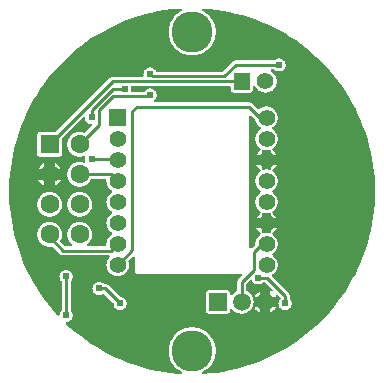
<source format=gbl>
G04 Layer: BottomLayer*
G04 EasyEDA v6.4.20.6, 2021-07-31T12:59:30+08:00*
G04 153d8ea1f4684e84bb4c1cd47195d1c2,dc0dc03e7b3a4ea6afb4baf6e71cf47e,10*
G04 Gerber Generator version 0.2*
G04 Scale: 100 percent, Rotated: No, Reflected: No *
G04 Dimensions in inches *
G04 leading zeros omitted , absolute positions ,3 integer and 6 decimal *
%FSLAX36Y36*%
%MOIN*%

%ADD10C,0.0100*%
%ADD11C,0.0240*%
%ADD18C,0.0591*%
%ADD19C,0.0551*%
%ADD20R,0.0630X0.0630*%
%ADD21C,0.0630*%
%ADD23C,0.0551*%
%ADD24C,0.1370*%

%LPD*%
G36*
X783319Y99720D02*
G01*
X781740Y99920D01*
X780380Y100700D01*
X779419Y101940D01*
X779000Y103460D01*
X779220Y105020D01*
X780020Y106380D01*
X781280Y107340D01*
X782039Y107700D01*
X788660Y111660D01*
X794860Y116260D01*
X800580Y121440D01*
X805759Y127140D01*
X810340Y133340D01*
X814320Y139960D01*
X817620Y146940D01*
X820220Y154200D01*
X822080Y161680D01*
X823220Y169300D01*
X823600Y177000D01*
X823220Y184720D01*
X822080Y192340D01*
X820220Y199820D01*
X817620Y207079D01*
X814320Y214060D01*
X810340Y220680D01*
X805759Y226860D01*
X800580Y232580D01*
X794860Y237760D01*
X788660Y242360D01*
X782039Y246320D01*
X775080Y249620D01*
X767820Y252220D01*
X760340Y254100D01*
X752700Y255219D01*
X745000Y255600D01*
X737300Y255219D01*
X729659Y254100D01*
X722180Y252220D01*
X714920Y249620D01*
X707960Y246320D01*
X701340Y242360D01*
X695140Y237760D01*
X689419Y232580D01*
X684240Y226860D01*
X679659Y220680D01*
X675680Y214060D01*
X672380Y207079D01*
X669780Y199820D01*
X667920Y192340D01*
X666780Y184720D01*
X666400Y177000D01*
X666780Y169300D01*
X667920Y161680D01*
X669780Y154200D01*
X672380Y146940D01*
X675680Y139960D01*
X679659Y133340D01*
X684240Y127140D01*
X689419Y121440D01*
X695140Y116260D01*
X701340Y111660D01*
X707960Y107700D01*
X709740Y106500D01*
X710540Y105160D01*
X710759Y103600D01*
X710380Y102080D01*
X709419Y100840D01*
X708080Y100040D01*
X706520Y99840D01*
X695699Y100520D01*
X673920Y102680D01*
X652220Y105620D01*
X630640Y109340D01*
X609200Y113840D01*
X587940Y119100D01*
X566880Y125100D01*
X546060Y131880D01*
X525480Y139400D01*
X505200Y147640D01*
X485220Y156600D01*
X465580Y166280D01*
X446300Y176660D01*
X427400Y187740D01*
X408900Y199460D01*
X390840Y211860D01*
X373260Y224899D01*
X356140Y238560D01*
X339520Y252820D01*
X325000Y266200D01*
X324099Y267440D01*
X323720Y268920D01*
X323920Y270420D01*
X324680Y271760D01*
X325900Y272700D01*
X327360Y273120D01*
X328840Y273260D01*
X332560Y274240D01*
X336040Y275880D01*
X339200Y278080D01*
X341920Y280800D01*
X344120Y283960D01*
X345760Y287440D01*
X346740Y291160D01*
X347080Y295000D01*
X346740Y298840D01*
X345760Y302560D01*
X344120Y306040D01*
X341920Y309200D01*
X341280Y309840D01*
X340400Y311140D01*
X340100Y312680D01*
X340100Y407320D01*
X340400Y408860D01*
X341280Y410160D01*
X341920Y410800D01*
X344120Y413960D01*
X345760Y417440D01*
X346740Y421160D01*
X347080Y425000D01*
X346740Y428840D01*
X345760Y432560D01*
X344120Y436040D01*
X341920Y439200D01*
X339200Y441920D01*
X336040Y444120D01*
X332560Y445760D01*
X328840Y446740D01*
X325000Y447080D01*
X321160Y446740D01*
X317440Y445760D01*
X313960Y444120D01*
X310800Y441920D01*
X308080Y439200D01*
X305880Y436040D01*
X304240Y432560D01*
X303260Y428840D01*
X302920Y425000D01*
X303260Y421160D01*
X304240Y417440D01*
X305880Y413960D01*
X308080Y410800D01*
X308720Y410160D01*
X309600Y408860D01*
X309900Y407320D01*
X309900Y312680D01*
X309600Y311140D01*
X308720Y309840D01*
X308080Y309200D01*
X305880Y306040D01*
X304240Y302560D01*
X303260Y298840D01*
X303160Y297820D01*
X302740Y296360D01*
X301800Y295160D01*
X300480Y294400D01*
X298980Y294180D01*
X297500Y294540D01*
X296260Y295440D01*
X292880Y299040D01*
X278460Y315540D01*
X264660Y332540D01*
X251480Y350020D01*
X238920Y367960D01*
X227020Y386360D01*
X215799Y405160D01*
X205260Y424340D01*
X195400Y443900D01*
X186260Y463800D01*
X177840Y484020D01*
X170140Y504520D01*
X163180Y525280D01*
X156980Y546300D01*
X151540Y567500D01*
X146860Y588900D01*
X142960Y610440D01*
X139820Y632120D01*
X137480Y653900D01*
X135900Y675740D01*
X135120Y697620D01*
X135120Y719520D01*
X135920Y741400D01*
X137480Y763240D01*
X139840Y785020D01*
X142980Y806700D01*
X146900Y828240D01*
X151580Y849640D01*
X157020Y870840D01*
X163240Y891840D01*
X170180Y912620D01*
X177880Y933120D01*
X186320Y953319D01*
X195460Y973220D01*
X205320Y992780D01*
X215859Y1011960D01*
X227100Y1030759D01*
X239000Y1049140D01*
X251560Y1067100D01*
X264760Y1084580D01*
X278560Y1101580D01*
X292980Y1118060D01*
X307960Y1134020D01*
X323519Y1149440D01*
X339620Y1164280D01*
X356240Y1178540D01*
X373360Y1192200D01*
X390959Y1205220D01*
X409020Y1217620D01*
X427520Y1229340D01*
X446420Y1240400D01*
X465700Y1250780D01*
X485340Y1260460D01*
X505319Y1269420D01*
X525620Y1277660D01*
X546200Y1285160D01*
X567020Y1291940D01*
X588080Y1297940D01*
X609340Y1303200D01*
X630780Y1307680D01*
X652360Y1311399D01*
X674060Y1314340D01*
X695840Y1316500D01*
X706500Y1317160D01*
X708060Y1316960D01*
X709400Y1316160D01*
X710360Y1314920D01*
X710740Y1313400D01*
X710520Y1311840D01*
X709720Y1310500D01*
X707960Y1309319D01*
X701340Y1305340D01*
X695140Y1300760D01*
X689419Y1295580D01*
X684240Y1289860D01*
X679659Y1283660D01*
X675680Y1277040D01*
X672380Y1270080D01*
X669780Y1262820D01*
X667920Y1255340D01*
X666780Y1247700D01*
X666400Y1240000D01*
X666780Y1232300D01*
X667920Y1224660D01*
X669780Y1217180D01*
X672380Y1209920D01*
X675680Y1202960D01*
X679659Y1196340D01*
X684240Y1190140D01*
X689419Y1184420D01*
X695140Y1179240D01*
X701340Y1174660D01*
X707960Y1170680D01*
X714920Y1167380D01*
X722180Y1164780D01*
X729659Y1162920D01*
X737300Y1161780D01*
X745000Y1161400D01*
X752700Y1161780D01*
X760340Y1162920D01*
X767820Y1164780D01*
X775080Y1167380D01*
X782039Y1170680D01*
X788660Y1174660D01*
X794860Y1179240D01*
X800580Y1184420D01*
X805759Y1190140D01*
X810340Y1196340D01*
X814320Y1202960D01*
X817620Y1209920D01*
X820220Y1217180D01*
X822080Y1224660D01*
X823220Y1232300D01*
X823600Y1240000D01*
X823220Y1247700D01*
X822080Y1255340D01*
X820220Y1262820D01*
X817620Y1270080D01*
X814320Y1277040D01*
X810340Y1283660D01*
X805759Y1289860D01*
X800580Y1295580D01*
X794860Y1300760D01*
X788660Y1305340D01*
X781280Y1309700D01*
X780040Y1310640D01*
X779260Y1312000D01*
X779060Y1313560D01*
X779479Y1315080D01*
X780440Y1316320D01*
X781820Y1317080D01*
X783379Y1317260D01*
X805200Y1315500D01*
X826960Y1312940D01*
X848600Y1309620D01*
X870100Y1305500D01*
X891460Y1300640D01*
X912620Y1295000D01*
X933560Y1288600D01*
X954260Y1281459D01*
X974700Y1273580D01*
X994840Y1264960D01*
X1014640Y1255640D01*
X1034120Y1245600D01*
X1053200Y1234880D01*
X1071900Y1223480D01*
X1090180Y1211420D01*
X1108000Y1198700D01*
X1125380Y1185360D01*
X1142240Y1171400D01*
X1158600Y1156840D01*
X1174420Y1141700D01*
X1189700Y1126000D01*
X1204400Y1109780D01*
X1218520Y1093020D01*
X1232000Y1075780D01*
X1244880Y1058060D01*
X1257100Y1039900D01*
X1268680Y1021300D01*
X1279560Y1002300D01*
X1289760Y982920D01*
X1299259Y963180D01*
X1308040Y943120D01*
X1316100Y922760D01*
X1323440Y902120D01*
X1330000Y881240D01*
X1335840Y860120D01*
X1340900Y838820D01*
X1345180Y817340D01*
X1348700Y795740D01*
X1351440Y774000D01*
X1353420Y752200D01*
X1354580Y730320D01*
X1354980Y708420D01*
X1354580Y686540D01*
X1353400Y664659D01*
X1351440Y642860D01*
X1348680Y621120D01*
X1345160Y599520D01*
X1340860Y578040D01*
X1335800Y556740D01*
X1329960Y535620D01*
X1323380Y514739D01*
X1316060Y494099D01*
X1308000Y473740D01*
X1299199Y453680D01*
X1289700Y433960D01*
X1279500Y414580D01*
X1268600Y395580D01*
X1257020Y376980D01*
X1244800Y358820D01*
X1231920Y341100D01*
X1218420Y323860D01*
X1204300Y307120D01*
X1189600Y290880D01*
X1174320Y275200D01*
X1158500Y260060D01*
X1142140Y245520D01*
X1125260Y231560D01*
X1107900Y218220D01*
X1090060Y205500D01*
X1071780Y193440D01*
X1053080Y182040D01*
X1033980Y171320D01*
X1014520Y161300D01*
X994700Y151980D01*
X974560Y143360D01*
X954120Y135500D01*
X933420Y128360D01*
X912480Y121960D01*
X891320Y116340D01*
X869960Y111460D01*
X848460Y107360D01*
X826800Y104040D01*
X805060Y101480D01*
G37*

%LPC*%
G36*
X270000Y623420D02*
G01*
X275420Y623760D01*
X280760Y624820D01*
X285920Y626580D01*
X290800Y628980D01*
X295320Y632000D01*
X299400Y635600D01*
X303000Y639680D01*
X306020Y644200D01*
X308420Y649080D01*
X310180Y654240D01*
X311240Y659580D01*
X311580Y665000D01*
X311240Y670420D01*
X310180Y675759D01*
X308420Y680920D01*
X306020Y685800D01*
X303000Y690320D01*
X299400Y694400D01*
X295320Y698000D01*
X290800Y701020D01*
X285920Y703420D01*
X280760Y705180D01*
X275420Y706240D01*
X270000Y706580D01*
X264580Y706240D01*
X259240Y705180D01*
X254080Y703420D01*
X249200Y701020D01*
X244680Y698000D01*
X240600Y694400D01*
X237000Y690320D01*
X233980Y685800D01*
X231580Y680920D01*
X229820Y675759D01*
X228760Y670420D01*
X228420Y665000D01*
X228760Y659580D01*
X229820Y654240D01*
X231580Y649080D01*
X233980Y644200D01*
X237000Y639680D01*
X240600Y635600D01*
X244680Y632000D01*
X249200Y628980D01*
X254080Y626580D01*
X259240Y624820D01*
X264580Y623760D01*
G37*
G36*
X232719Y783240D02*
G01*
X251759Y783240D01*
X251759Y802280D01*
X249200Y801020D01*
X244680Y798000D01*
X240600Y794400D01*
X237000Y790320D01*
X233980Y785800D01*
G37*
G36*
X801960Y300380D02*
G01*
X860560Y300380D01*
X863020Y300660D01*
X865160Y301400D01*
X867060Y302600D01*
X868660Y304200D01*
X869860Y306100D01*
X870600Y308240D01*
X870879Y310700D01*
X870879Y314220D01*
X871220Y315820D01*
X872180Y317160D01*
X873580Y318000D01*
X875200Y318220D01*
X876780Y317760D01*
X878020Y316700D01*
X880620Y313420D01*
X884419Y309740D01*
X888680Y306600D01*
X893319Y304060D01*
X898259Y302160D01*
X903420Y300940D01*
X908680Y300400D01*
X913960Y300580D01*
X919180Y301460D01*
X924240Y303020D01*
X929040Y305260D01*
X933500Y308100D01*
X937540Y311520D01*
X941100Y315440D01*
X944080Y319800D01*
X945780Y323180D01*
X946700Y324360D01*
X947840Y325080D01*
X947480Y326540D01*
X947700Y328040D01*
X948220Y329540D01*
X949260Y334720D01*
X949620Y340000D01*
X949260Y345280D01*
X948220Y350460D01*
X947700Y351960D01*
X947480Y353459D01*
X947860Y354960D01*
X946700Y355640D01*
X945780Y356820D01*
X944080Y360200D01*
X941100Y364560D01*
X937540Y368480D01*
X933500Y371900D01*
X929040Y374739D01*
X927420Y375500D01*
X926200Y376380D01*
X925380Y377640D01*
X925100Y379120D01*
X925100Y397080D01*
X925400Y398620D01*
X926280Y399920D01*
X938480Y412120D01*
X939740Y412980D01*
X941240Y413300D01*
X942740Y413020D01*
X944040Y412220D01*
X944920Y410980D01*
X945879Y408960D01*
X948080Y405800D01*
X950800Y403080D01*
X953960Y400880D01*
X957440Y399240D01*
X961160Y398260D01*
X965000Y397920D01*
X968840Y398260D01*
X972560Y399240D01*
X976040Y400880D01*
X979200Y403080D01*
X979840Y403720D01*
X981140Y404600D01*
X982680Y404900D01*
X987080Y404900D01*
X988620Y404600D01*
X989920Y403720D01*
X1012600Y381040D01*
X1013480Y379720D01*
X1013760Y378160D01*
X1013439Y376620D01*
X1012520Y375319D01*
X1011180Y374480D01*
X1009620Y374219D01*
X1008080Y374600D01*
X1006000Y375560D01*
X1006000Y357260D01*
X1024300Y357260D01*
X1023240Y359380D01*
X1022820Y360920D01*
X1023040Y362500D01*
X1023860Y363880D01*
X1025160Y364820D01*
X1026720Y365180D01*
X1028300Y364880D01*
X1029640Y364000D01*
X1038439Y355200D01*
X1039300Y353920D01*
X1039599Y352380D01*
X1039300Y350840D01*
X1035879Y346040D01*
X1034240Y342560D01*
X1033259Y338840D01*
X1032920Y335000D01*
X1033259Y331160D01*
X1034240Y327440D01*
X1035879Y323960D01*
X1038080Y320800D01*
X1040800Y318080D01*
X1043960Y315880D01*
X1047440Y314240D01*
X1051160Y313260D01*
X1055000Y312920D01*
X1058840Y313260D01*
X1062560Y314240D01*
X1066040Y315880D01*
X1069200Y318080D01*
X1071920Y320800D01*
X1074120Y323960D01*
X1075760Y327440D01*
X1076740Y331160D01*
X1077080Y335000D01*
X1076740Y338840D01*
X1075760Y342560D01*
X1074120Y346040D01*
X1071920Y349200D01*
X1071280Y349840D01*
X1070400Y351140D01*
X1070100Y352680D01*
X1070100Y359799D01*
X1069800Y362939D01*
X1068940Y365780D01*
X1067540Y368380D01*
X1065540Y370820D01*
X1011640Y424720D01*
X1010819Y425900D01*
X1010480Y427299D01*
X1010639Y428720D01*
X1011320Y430000D01*
X1012400Y430959D01*
X1014740Y432380D01*
X1018720Y435640D01*
X1022240Y439380D01*
X1025200Y443579D01*
X1027560Y448140D01*
X1029280Y453000D01*
X1030340Y458020D01*
X1030680Y463140D01*
X1030340Y468280D01*
X1029280Y473300D01*
X1027560Y478140D01*
X1025200Y482720D01*
X1022240Y486900D01*
X1018720Y490660D01*
X1014740Y493900D01*
X1013319Y494780D01*
X1012140Y495880D01*
X1011480Y497380D01*
X1011480Y499000D01*
X1012140Y500500D01*
X1013319Y501599D01*
X1014740Y502460D01*
X1018720Y505720D01*
X1022240Y509460D01*
X1025200Y513660D01*
X1027560Y518220D01*
X1029280Y523080D01*
X1030340Y528100D01*
X1030680Y533220D01*
X1030340Y538360D01*
X1029280Y543380D01*
X1027560Y548220D01*
X1025200Y552800D01*
X1022240Y556980D01*
X1018720Y560740D01*
X1014740Y563980D01*
X1013319Y564860D01*
X1012140Y565960D01*
X1011480Y567460D01*
X1011480Y569080D01*
X1012140Y570580D01*
X1013319Y571680D01*
X1014740Y572540D01*
X1018720Y575800D01*
X1022240Y579540D01*
X1025200Y583740D01*
X1026900Y587020D01*
X1009300Y587020D01*
X1009300Y572960D01*
X1009040Y571500D01*
X1008280Y570260D01*
X1007099Y569380D01*
X1005699Y568980D01*
X1004240Y569100D01*
X1000699Y570100D01*
X995600Y570800D01*
X990460Y570800D01*
X985360Y570100D01*
X981820Y569100D01*
X980360Y568980D01*
X978960Y569380D01*
X977780Y570260D01*
X977020Y571500D01*
X976760Y572960D01*
X976760Y587020D01*
X959160Y587020D01*
X960860Y583740D01*
X963820Y579540D01*
X967340Y575800D01*
X971320Y572540D01*
X972740Y571680D01*
X973920Y570580D01*
X974580Y569080D01*
X974580Y567460D01*
X973920Y565960D01*
X972740Y564860D01*
X971320Y563980D01*
X967340Y560740D01*
X963820Y556980D01*
X960860Y552800D01*
X958500Y548220D01*
X956780Y543380D01*
X955740Y538360D01*
X955380Y533120D01*
X955020Y531740D01*
X954200Y530560D01*
X943020Y519380D01*
X941740Y518519D01*
X940200Y518220D01*
X938660Y518519D01*
X937380Y519380D01*
X936500Y520680D01*
X936200Y522220D01*
X936200Y957780D01*
X936500Y959320D01*
X937380Y960620D01*
X938660Y961480D01*
X940200Y961780D01*
X941740Y961480D01*
X943020Y960620D01*
X955060Y948580D01*
X955740Y947660D01*
X956140Y946580D01*
X956780Y943540D01*
X958500Y938700D01*
X960860Y934140D01*
X963820Y929940D01*
X967340Y926180D01*
X971320Y922940D01*
X972740Y922080D01*
X973920Y920960D01*
X974580Y919479D01*
X974580Y917840D01*
X973920Y916360D01*
X972740Y915240D01*
X971320Y914380D01*
X967340Y911140D01*
X963820Y907380D01*
X960860Y903180D01*
X958500Y898620D01*
X956780Y893780D01*
X955740Y888740D01*
X955380Y883620D01*
X955740Y878500D01*
X956780Y873460D01*
X958500Y868620D01*
X960860Y864060D01*
X963820Y859860D01*
X967340Y856100D01*
X971320Y852860D01*
X972740Y852000D01*
X973920Y850879D01*
X974580Y849400D01*
X974580Y847760D01*
X973920Y846280D01*
X972740Y845160D01*
X971320Y844300D01*
X967340Y841060D01*
X963820Y837300D01*
X960860Y833100D01*
X959160Y829820D01*
X976760Y829820D01*
X976760Y843900D01*
X977020Y845340D01*
X977780Y846580D01*
X978960Y847480D01*
X980360Y847880D01*
X981820Y847740D01*
X985360Y846760D01*
X990460Y846060D01*
X995600Y846060D01*
X1000699Y846760D01*
X1004240Y847740D01*
X1005699Y847880D01*
X1007099Y847480D01*
X1008280Y846580D01*
X1009040Y845340D01*
X1009300Y843900D01*
X1009300Y829820D01*
X1026900Y829820D01*
X1025200Y833100D01*
X1022240Y837300D01*
X1018720Y841060D01*
X1014740Y844300D01*
X1013319Y845160D01*
X1012140Y846280D01*
X1011480Y847760D01*
X1011480Y849400D01*
X1012140Y850879D01*
X1013319Y852000D01*
X1014740Y852860D01*
X1018720Y856100D01*
X1022240Y859860D01*
X1025200Y864060D01*
X1027560Y868620D01*
X1029280Y873460D01*
X1030340Y878500D01*
X1030680Y883620D01*
X1030340Y888740D01*
X1029280Y893780D01*
X1027560Y898620D01*
X1025200Y903180D01*
X1022240Y907380D01*
X1018720Y911140D01*
X1014740Y914380D01*
X1013319Y915240D01*
X1012140Y916360D01*
X1011480Y917840D01*
X1011480Y919479D01*
X1012140Y920960D01*
X1013319Y922080D01*
X1014740Y922940D01*
X1018720Y926180D01*
X1022240Y929940D01*
X1025200Y934140D01*
X1027560Y938700D01*
X1029280Y943540D01*
X1030340Y948580D01*
X1030680Y953700D01*
X1030340Y958820D01*
X1029280Y963860D01*
X1027560Y968700D01*
X1025200Y973259D01*
X1022240Y977460D01*
X1018720Y981220D01*
X1014740Y984460D01*
X1010360Y987120D01*
X1005639Y989180D01*
X1000699Y990560D01*
X995600Y991260D01*
X990460Y991260D01*
X985360Y990560D01*
X980420Y989180D01*
X975699Y987120D01*
X971320Y984460D01*
X968920Y982520D01*
X967640Y981820D01*
X966200Y981620D01*
X964780Y981960D01*
X963580Y982780D01*
X945819Y1000540D01*
X943379Y1002540D01*
X940780Y1003940D01*
X937940Y1004800D01*
X934800Y1005100D01*
X620480Y1005100D01*
X618840Y1005460D01*
X617500Y1006440D01*
X616660Y1007900D01*
X616500Y1009560D01*
X617040Y1011160D01*
X618180Y1012380D01*
X619200Y1013080D01*
X621920Y1015800D01*
X624120Y1018960D01*
X625760Y1022440D01*
X626740Y1026160D01*
X627080Y1030000D01*
X626740Y1033840D01*
X625760Y1037560D01*
X624120Y1041040D01*
X621920Y1044200D01*
X619200Y1046919D01*
X616040Y1049120D01*
X612560Y1050760D01*
X608840Y1051740D01*
X607020Y1051900D01*
X605360Y1052420D01*
X605000Y1052760D01*
X604640Y1052420D01*
X602980Y1051900D01*
X601160Y1051740D01*
X597440Y1050760D01*
X593960Y1049120D01*
X590800Y1046919D01*
X588080Y1044200D01*
X586400Y1041800D01*
X585520Y1040900D01*
X584400Y1040300D01*
X583140Y1040100D01*
X545340Y1040100D01*
X543900Y1040360D01*
X542660Y1041120D01*
X541780Y1042280D01*
X541360Y1043680D01*
X541480Y1045140D01*
X541740Y1046160D01*
X542080Y1050000D01*
X541740Y1053840D01*
X541480Y1054860D01*
X541360Y1056300D01*
X541780Y1057700D01*
X542660Y1058860D01*
X543900Y1059620D01*
X545340Y1059900D01*
X602640Y1059900D01*
X604320Y1059520D01*
X605000Y1059000D01*
X605680Y1059520D01*
X607360Y1059900D01*
X868980Y1059900D01*
X870500Y1059600D01*
X871800Y1058720D01*
X872660Y1057440D01*
X872980Y1055900D01*
X872980Y1047660D01*
X873240Y1045200D01*
X874000Y1043060D01*
X875200Y1041160D01*
X876780Y1039560D01*
X878700Y1038360D01*
X880819Y1037620D01*
X883300Y1037340D01*
X937960Y1037340D01*
X940440Y1037620D01*
X942560Y1038360D01*
X944479Y1039560D01*
X946060Y1041160D01*
X947260Y1043060D01*
X948020Y1045200D01*
X948280Y1047660D01*
X948280Y1056220D01*
X948680Y1057940D01*
X949760Y1059320D01*
X951340Y1060120D01*
X953100Y1060140D01*
X954700Y1059420D01*
X955840Y1058060D01*
X957200Y1055440D01*
X960160Y1051240D01*
X963680Y1047480D01*
X967660Y1044240D01*
X972039Y1041580D01*
X976760Y1039520D01*
X981720Y1038139D01*
X986800Y1037440D01*
X991940Y1037440D01*
X997039Y1038139D01*
X1001979Y1039520D01*
X1006700Y1041580D01*
X1011080Y1044240D01*
X1015060Y1047480D01*
X1018580Y1051240D01*
X1021540Y1055440D01*
X1023900Y1060000D01*
X1025620Y1064840D01*
X1026660Y1069880D01*
X1027020Y1075000D01*
X1026660Y1080120D01*
X1025620Y1085160D01*
X1023900Y1090000D01*
X1021540Y1094560D01*
X1018580Y1098760D01*
X1015060Y1102520D01*
X1011080Y1105760D01*
X1008240Y1107480D01*
X1007000Y1108660D01*
X1006380Y1110260D01*
X1006480Y1111980D01*
X1007280Y1113500D01*
X1008640Y1114540D01*
X1010320Y1114900D01*
X1017320Y1114900D01*
X1018860Y1114600D01*
X1020160Y1113720D01*
X1020800Y1113080D01*
X1023960Y1110880D01*
X1027440Y1109240D01*
X1031160Y1108260D01*
X1035000Y1107920D01*
X1038840Y1108260D01*
X1042560Y1109240D01*
X1046040Y1110880D01*
X1049200Y1113080D01*
X1051920Y1115800D01*
X1054120Y1118960D01*
X1055760Y1122440D01*
X1056740Y1126160D01*
X1057080Y1130000D01*
X1056740Y1133840D01*
X1055760Y1137560D01*
X1054120Y1141040D01*
X1051920Y1144200D01*
X1049200Y1146920D01*
X1046040Y1149120D01*
X1042560Y1150760D01*
X1038840Y1151740D01*
X1035000Y1152080D01*
X1031160Y1151740D01*
X1027440Y1150760D01*
X1023960Y1149120D01*
X1020800Y1146920D01*
X1020160Y1146280D01*
X1018860Y1145400D01*
X1017320Y1145100D01*
X890200Y1145100D01*
X887060Y1144800D01*
X884220Y1143940D01*
X881620Y1142540D01*
X879180Y1140540D01*
X845980Y1107340D01*
X844680Y1106460D01*
X843139Y1106160D01*
X628960Y1106160D01*
X627480Y1106440D01*
X626200Y1107260D01*
X625320Y1108460D01*
X624120Y1111040D01*
X621920Y1114200D01*
X619200Y1116920D01*
X616040Y1119120D01*
X612560Y1120760D01*
X608840Y1121740D01*
X605000Y1122080D01*
X601160Y1121740D01*
X597440Y1120760D01*
X593960Y1119120D01*
X590800Y1116920D01*
X588080Y1114200D01*
X585880Y1111040D01*
X584240Y1107560D01*
X583260Y1103840D01*
X582920Y1100000D01*
X583260Y1096160D01*
X583520Y1095120D01*
X583640Y1093680D01*
X583220Y1092280D01*
X582340Y1091120D01*
X581100Y1090360D01*
X579660Y1090100D01*
X480180Y1090080D01*
X477040Y1089780D01*
X474219Y1088920D01*
X471620Y1087520D01*
X469180Y1085520D01*
X291420Y907760D01*
X290120Y906900D01*
X288580Y906600D01*
X238720Y906600D01*
X236260Y906320D01*
X234140Y905580D01*
X232220Y904380D01*
X230620Y902780D01*
X229420Y900860D01*
X228680Y898740D01*
X228400Y896280D01*
X228400Y833720D01*
X228680Y831260D01*
X229420Y829140D01*
X230620Y827220D01*
X232220Y825620D01*
X234140Y824419D01*
X236260Y823680D01*
X238720Y823400D01*
X301280Y823400D01*
X303740Y823680D01*
X305860Y824419D01*
X307780Y825620D01*
X309380Y827220D01*
X310580Y829140D01*
X311320Y831260D01*
X311600Y833720D01*
X311600Y883580D01*
X311900Y885120D01*
X312760Y886420D01*
X381320Y954960D01*
X382560Y955819D01*
X384040Y956140D01*
X385520Y955900D01*
X386800Y955120D01*
X387720Y953940D01*
X388140Y952480D01*
X388260Y951160D01*
X389240Y947440D01*
X390880Y943960D01*
X393080Y940800D01*
X395800Y938080D01*
X398960Y935879D01*
X402440Y934240D01*
X406160Y933259D01*
X407480Y933139D01*
X408940Y932720D01*
X410120Y931800D01*
X410900Y930520D01*
X411140Y929040D01*
X410820Y927560D01*
X409960Y926320D01*
X388540Y904880D01*
X387320Y904060D01*
X385880Y903720D01*
X384420Y903920D01*
X380760Y905180D01*
X375420Y906240D01*
X370000Y906580D01*
X364580Y906240D01*
X359240Y905180D01*
X354080Y903420D01*
X349200Y901020D01*
X344680Y898000D01*
X340600Y894400D01*
X337000Y890320D01*
X333980Y885800D01*
X331580Y880920D01*
X329820Y875759D01*
X328760Y870420D01*
X328420Y865000D01*
X328760Y859580D01*
X329820Y854240D01*
X331580Y849080D01*
X333980Y844200D01*
X337000Y839680D01*
X340600Y835600D01*
X344680Y832000D01*
X349200Y828980D01*
X354080Y826580D01*
X359240Y824820D01*
X364580Y823760D01*
X370000Y823420D01*
X375420Y823760D01*
X380760Y824820D01*
X383680Y825819D01*
X385379Y826020D01*
X387020Y825460D01*
X388260Y824300D01*
X388900Y822700D01*
X388840Y821000D01*
X388260Y818840D01*
X387920Y815000D01*
X388260Y811160D01*
X388840Y809000D01*
X388900Y807300D01*
X388260Y805699D01*
X387020Y804539D01*
X385379Y803980D01*
X383680Y804180D01*
X380760Y805180D01*
X375420Y806240D01*
X370000Y806580D01*
X364580Y806240D01*
X359240Y805180D01*
X354080Y803420D01*
X349200Y801020D01*
X344680Y798000D01*
X340600Y794400D01*
X337000Y790320D01*
X333980Y785800D01*
X331580Y780920D01*
X329820Y775759D01*
X328760Y770420D01*
X328420Y765000D01*
X328760Y759580D01*
X329820Y754240D01*
X331580Y749080D01*
X333980Y744200D01*
X337000Y739680D01*
X340600Y735600D01*
X344680Y732000D01*
X349200Y728980D01*
X354080Y726580D01*
X359240Y724820D01*
X364580Y723760D01*
X370000Y723420D01*
X375420Y723760D01*
X380760Y724820D01*
X385920Y726580D01*
X390800Y728980D01*
X395319Y732000D01*
X399400Y735600D01*
X403000Y739680D01*
X406019Y744200D01*
X407720Y747660D01*
X408600Y748840D01*
X409860Y749620D01*
X411320Y749900D01*
X455480Y749900D01*
X457080Y749560D01*
X458400Y748640D01*
X459240Y747240D01*
X459460Y745620D01*
X459320Y743460D01*
X459680Y738340D01*
X460720Y733300D01*
X462440Y728460D01*
X464799Y723900D01*
X467760Y719700D01*
X471280Y715939D01*
X475260Y712700D01*
X476659Y711840D01*
X477860Y710740D01*
X478500Y709240D01*
X478500Y707620D01*
X477860Y706120D01*
X476659Y705000D01*
X475260Y704140D01*
X471280Y700900D01*
X467760Y697140D01*
X464799Y692960D01*
X462440Y688379D01*
X460720Y683540D01*
X459680Y678520D01*
X459320Y673379D01*
X459680Y668259D01*
X460720Y663240D01*
X462440Y658379D01*
X464799Y653820D01*
X467760Y649620D01*
X471280Y645879D01*
X475260Y642620D01*
X476680Y641760D01*
X477860Y640660D01*
X478519Y639160D01*
X478519Y637540D01*
X477860Y636040D01*
X476680Y634940D01*
X475260Y634060D01*
X471280Y630820D01*
X467760Y627060D01*
X464799Y622880D01*
X462440Y618300D01*
X460720Y613460D01*
X459680Y608440D01*
X459320Y603300D01*
X459680Y598180D01*
X460720Y593160D01*
X462440Y588300D01*
X464799Y583740D01*
X467760Y579540D01*
X471280Y575800D01*
X475260Y572540D01*
X476680Y571680D01*
X477860Y570580D01*
X478519Y569080D01*
X478519Y567460D01*
X477860Y565960D01*
X476680Y564860D01*
X475260Y563980D01*
X471280Y560740D01*
X467760Y556980D01*
X464799Y552800D01*
X462440Y548220D01*
X460720Y543380D01*
X459680Y538360D01*
X459320Y533220D01*
X459580Y529380D01*
X459360Y527760D01*
X458519Y526360D01*
X457180Y525440D01*
X455600Y525100D01*
X398060Y525100D01*
X396500Y525420D01*
X395180Y526340D01*
X394320Y527700D01*
X394080Y529280D01*
X394460Y530820D01*
X395439Y532100D01*
X399400Y535600D01*
X403000Y539680D01*
X406019Y544200D01*
X408420Y549080D01*
X410180Y554240D01*
X411240Y559580D01*
X411580Y565000D01*
X411240Y570420D01*
X410180Y575760D01*
X408420Y580920D01*
X406019Y585800D01*
X403000Y590320D01*
X399400Y594400D01*
X395319Y598000D01*
X390800Y601020D01*
X385920Y603420D01*
X380760Y605180D01*
X375420Y606240D01*
X370000Y606580D01*
X364580Y606240D01*
X359240Y605180D01*
X354080Y603420D01*
X349200Y601020D01*
X344680Y598000D01*
X340600Y594400D01*
X337000Y590320D01*
X333980Y585800D01*
X331580Y580920D01*
X329820Y575760D01*
X328760Y570420D01*
X328420Y565000D01*
X328760Y559580D01*
X329820Y554240D01*
X331580Y549080D01*
X333980Y544200D01*
X337000Y539680D01*
X340600Y535600D01*
X344560Y532100D01*
X345540Y530820D01*
X345920Y529280D01*
X345680Y527700D01*
X344820Y526340D01*
X343500Y525420D01*
X341940Y525100D01*
X322920Y525100D01*
X321380Y525400D01*
X320080Y526280D01*
X306760Y539580D01*
X305860Y540960D01*
X305600Y542600D01*
X306000Y544180D01*
X308420Y549080D01*
X310180Y554240D01*
X311240Y559580D01*
X311580Y565000D01*
X311240Y570420D01*
X310180Y575760D01*
X308420Y580920D01*
X306020Y585800D01*
X303000Y590320D01*
X299400Y594400D01*
X295320Y598000D01*
X290800Y601020D01*
X285920Y603420D01*
X280760Y605180D01*
X275420Y606240D01*
X270000Y606580D01*
X264580Y606240D01*
X259240Y605180D01*
X254080Y603420D01*
X249200Y601020D01*
X244680Y598000D01*
X240600Y594400D01*
X237000Y590320D01*
X233980Y585800D01*
X231580Y580920D01*
X229820Y575760D01*
X228760Y570420D01*
X228420Y565000D01*
X228760Y559580D01*
X229820Y554240D01*
X231580Y549080D01*
X233980Y544200D01*
X237000Y539680D01*
X240600Y535600D01*
X244680Y532000D01*
X249200Y528980D01*
X254080Y526580D01*
X259240Y524820D01*
X264580Y523760D01*
X270000Y523420D01*
X275420Y523760D01*
X277040Y524080D01*
X278340Y524140D01*
X279600Y523760D01*
X280660Y523000D01*
X304180Y499460D01*
X306620Y497460D01*
X309220Y496060D01*
X312060Y495200D01*
X315200Y494900D01*
X466019Y494900D01*
X467520Y494600D01*
X468820Y493760D01*
X469680Y492500D01*
X470020Y491000D01*
X469760Y489480D01*
X468940Y488160D01*
X467760Y486900D01*
X464799Y482720D01*
X462440Y478140D01*
X460720Y473300D01*
X459680Y468280D01*
X459320Y463140D01*
X459680Y458020D01*
X460720Y453000D01*
X462440Y448140D01*
X464799Y443579D01*
X467760Y439380D01*
X471280Y435640D01*
X475260Y432380D01*
X479640Y429720D01*
X484360Y427680D01*
X489300Y426280D01*
X494400Y425580D01*
X499540Y425580D01*
X504640Y426280D01*
X509580Y427680D01*
X514300Y429720D01*
X518680Y432380D01*
X522660Y435640D01*
X526180Y439380D01*
X529140Y443579D01*
X531500Y448140D01*
X533220Y453000D01*
X534280Y458020D01*
X534620Y463140D01*
X534280Y468280D01*
X533220Y473300D01*
X532820Y474420D01*
X532600Y475900D01*
X532920Y477360D01*
X533760Y478600D01*
X546980Y491800D01*
X548260Y492660D01*
X549800Y492960D01*
X551340Y492660D01*
X552620Y491800D01*
X553500Y490500D01*
X553800Y488960D01*
X553800Y443700D01*
X554100Y441160D01*
X554920Y439020D01*
X556300Y437020D01*
X557500Y435820D01*
X558900Y434799D01*
X561060Y433820D01*
X563960Y433360D01*
X907340Y433360D01*
X908880Y433060D01*
X910180Y432180D01*
X911040Y430880D01*
X911340Y429360D01*
X911040Y427819D01*
X910180Y426540D01*
X899460Y415820D01*
X897460Y413380D01*
X896060Y410780D01*
X895200Y407939D01*
X894900Y404799D01*
X894900Y379180D01*
X894640Y377780D01*
X893920Y376560D01*
X892820Y375660D01*
X888680Y373400D01*
X884419Y370260D01*
X880620Y366580D01*
X878020Y363300D01*
X876780Y362239D01*
X875200Y361780D01*
X873580Y362000D01*
X872180Y362840D01*
X871220Y364180D01*
X870879Y365780D01*
X870879Y369300D01*
X870600Y371760D01*
X869860Y373900D01*
X868660Y375800D01*
X867060Y377400D01*
X865160Y378600D01*
X863020Y379340D01*
X860560Y379620D01*
X801960Y379620D01*
X799500Y379340D01*
X797360Y378600D01*
X795460Y377400D01*
X793860Y375800D01*
X792660Y373900D01*
X791919Y371760D01*
X791640Y369300D01*
X791640Y310700D01*
X791919Y308240D01*
X792660Y306100D01*
X793860Y304200D01*
X795460Y302600D01*
X797360Y301400D01*
X799500Y300660D01*
G37*
G36*
X288240Y783240D02*
G01*
X307280Y783240D01*
X306020Y785800D01*
X303000Y790320D01*
X299400Y794400D01*
X295320Y798000D01*
X290800Y801020D01*
X288240Y802280D01*
G37*
G36*
X971480Y304380D02*
G01*
X971480Y322740D01*
X953120Y322740D01*
X953379Y322140D01*
X956080Y317580D01*
X959360Y313420D01*
X963160Y309740D01*
X967420Y306600D01*
G37*
G36*
X1006000Y304440D02*
G01*
X1007780Y305260D01*
X1012240Y308100D01*
X1016280Y311520D01*
X1019840Y315440D01*
X1022820Y319800D01*
X1024300Y322740D01*
X1006000Y322740D01*
G37*
G36*
X505000Y312920D02*
G01*
X508840Y313260D01*
X512560Y314240D01*
X516040Y315880D01*
X519200Y318080D01*
X521920Y320800D01*
X524120Y323960D01*
X525760Y327440D01*
X526740Y331160D01*
X527080Y335000D01*
X526740Y338840D01*
X525760Y342560D01*
X524120Y346040D01*
X521920Y349200D01*
X519200Y351920D01*
X516040Y354120D01*
X512560Y355760D01*
X508840Y356740D01*
X505660Y357020D01*
X504300Y357380D01*
X503180Y358180D01*
X465820Y395540D01*
X463380Y397540D01*
X460780Y398940D01*
X457939Y399799D01*
X454799Y400100D01*
X452680Y400100D01*
X451140Y400400D01*
X449840Y401280D01*
X449200Y401920D01*
X446040Y404120D01*
X442560Y405760D01*
X438840Y406740D01*
X435000Y407080D01*
X431160Y406740D01*
X427440Y405760D01*
X423960Y404120D01*
X420800Y401920D01*
X418080Y399200D01*
X415880Y396040D01*
X414240Y392560D01*
X413260Y388840D01*
X412920Y385000D01*
X413260Y381160D01*
X414240Y377440D01*
X415880Y373960D01*
X418080Y370800D01*
X420800Y368080D01*
X423960Y365880D01*
X427440Y364240D01*
X431160Y363260D01*
X435000Y362920D01*
X438840Y363260D01*
X442560Y364240D01*
X446040Y365880D01*
X447260Y366719D01*
X448500Y367299D01*
X449900Y367420D01*
X451240Y367060D01*
X452380Y366280D01*
X481820Y336820D01*
X482620Y335700D01*
X482980Y334340D01*
X483260Y331160D01*
X484240Y327440D01*
X485880Y323960D01*
X488080Y320800D01*
X490800Y318080D01*
X493960Y315880D01*
X497440Y314240D01*
X501160Y313260D01*
G37*
G36*
X288240Y727720D02*
G01*
X290800Y728980D01*
X295320Y732000D01*
X299400Y735600D01*
X303000Y739680D01*
X306020Y744200D01*
X307280Y746760D01*
X288240Y746760D01*
G37*
G36*
X953120Y357260D02*
G01*
X971480Y357260D01*
X971480Y375620D01*
X967420Y373400D01*
X963160Y370260D01*
X959360Y366580D01*
X956080Y362420D01*
X953379Y357860D01*
G37*
G36*
X251759Y727720D02*
G01*
X251759Y746760D01*
X232719Y746760D01*
X233980Y744200D01*
X237000Y739680D01*
X240600Y735600D01*
X244680Y732000D01*
X249200Y728980D01*
G37*
G36*
X370000Y623420D02*
G01*
X375420Y623760D01*
X380760Y624820D01*
X385920Y626580D01*
X390800Y628980D01*
X395319Y632000D01*
X399400Y635600D01*
X403000Y639680D01*
X406019Y644200D01*
X408420Y649080D01*
X410180Y654240D01*
X411240Y659580D01*
X411580Y665000D01*
X411240Y670420D01*
X410180Y675759D01*
X408420Y680920D01*
X406019Y685800D01*
X403000Y690320D01*
X399400Y694400D01*
X395319Y698000D01*
X390800Y701020D01*
X385920Y703420D01*
X380760Y705180D01*
X375420Y706240D01*
X370000Y706580D01*
X364580Y706240D01*
X359240Y705180D01*
X354080Y703420D01*
X349200Y701020D01*
X344680Y698000D01*
X340600Y694400D01*
X337000Y690320D01*
X333980Y685800D01*
X331580Y680920D01*
X329820Y675759D01*
X328760Y670420D01*
X328420Y665000D01*
X328760Y659580D01*
X329820Y654240D01*
X331580Y649080D01*
X333980Y644200D01*
X337000Y639680D01*
X340600Y635600D01*
X344680Y632000D01*
X349200Y628980D01*
X354080Y626580D01*
X359240Y624820D01*
X364580Y623760D01*
G37*
G36*
X959160Y619580D02*
G01*
X976760Y619580D01*
X976760Y633660D01*
X977020Y635100D01*
X977780Y636360D01*
X978960Y637240D01*
X980360Y637640D01*
X981820Y637520D01*
X985360Y636520D01*
X990460Y635820D01*
X995600Y635820D01*
X1000699Y636520D01*
X1004240Y637520D01*
X1005699Y637640D01*
X1007099Y637240D01*
X1008280Y636360D01*
X1009040Y635100D01*
X1009300Y633660D01*
X1009300Y619580D01*
X1026900Y619580D01*
X1025200Y622880D01*
X1022240Y627060D01*
X1018720Y630820D01*
X1014740Y634060D01*
X1013319Y634940D01*
X1012140Y636040D01*
X1011480Y637540D01*
X1011480Y639160D01*
X1012140Y640660D01*
X1013319Y641760D01*
X1014740Y642620D01*
X1018720Y645879D01*
X1022240Y649620D01*
X1025200Y653820D01*
X1027560Y658379D01*
X1029280Y663240D01*
X1030340Y668259D01*
X1030680Y673379D01*
X1030340Y678520D01*
X1029280Y683540D01*
X1027560Y688379D01*
X1025200Y692960D01*
X1022240Y697140D01*
X1018720Y700900D01*
X1014740Y704140D01*
X1013340Y705000D01*
X1012140Y706120D01*
X1011500Y707620D01*
X1011500Y709240D01*
X1012140Y710740D01*
X1013340Y711840D01*
X1014740Y712700D01*
X1018720Y715939D01*
X1022240Y719700D01*
X1025200Y723900D01*
X1027560Y728460D01*
X1029280Y733300D01*
X1030340Y738340D01*
X1030680Y743460D01*
X1030340Y748580D01*
X1029280Y753620D01*
X1027560Y758460D01*
X1025200Y763020D01*
X1022240Y767220D01*
X1018720Y770980D01*
X1014740Y774220D01*
X1013319Y775080D01*
X1012140Y776200D01*
X1011480Y777680D01*
X1011480Y779320D01*
X1012140Y780800D01*
X1013319Y781919D01*
X1014740Y782780D01*
X1018720Y786020D01*
X1022240Y789780D01*
X1025200Y793980D01*
X1026900Y797260D01*
X1009300Y797260D01*
X1009300Y783180D01*
X1009040Y781740D01*
X1008280Y780500D01*
X1007099Y779599D01*
X1005699Y779200D01*
X1004240Y779340D01*
X1000699Y780320D01*
X995600Y781020D01*
X990460Y781020D01*
X985360Y780320D01*
X981820Y779340D01*
X980360Y779200D01*
X978960Y779599D01*
X977780Y780500D01*
X977020Y781740D01*
X976760Y783180D01*
X976760Y797260D01*
X959160Y797260D01*
X960860Y793980D01*
X963820Y789780D01*
X967340Y786020D01*
X971320Y782780D01*
X972740Y781919D01*
X973920Y780800D01*
X974580Y779320D01*
X974580Y777680D01*
X973920Y776200D01*
X972740Y775080D01*
X971320Y774220D01*
X967340Y770980D01*
X963820Y767220D01*
X960860Y763020D01*
X958500Y758460D01*
X956780Y753620D01*
X955740Y748580D01*
X955380Y743460D01*
X955740Y738340D01*
X956780Y733300D01*
X958500Y728460D01*
X960860Y723900D01*
X963820Y719700D01*
X967340Y715939D01*
X971320Y712700D01*
X972720Y711840D01*
X973920Y710740D01*
X974560Y709240D01*
X974560Y707620D01*
X973920Y706120D01*
X972720Y705000D01*
X971320Y704140D01*
X967340Y700900D01*
X963820Y697140D01*
X960860Y692960D01*
X958500Y688379D01*
X956780Y683540D01*
X955740Y678520D01*
X955380Y673379D01*
X955740Y668259D01*
X956780Y663240D01*
X958500Y658379D01*
X960860Y653820D01*
X963820Y649620D01*
X967340Y645879D01*
X971320Y642620D01*
X972740Y641760D01*
X973920Y640660D01*
X974580Y639160D01*
X974580Y637540D01*
X973920Y636040D01*
X972740Y634940D01*
X971320Y634060D01*
X967340Y630820D01*
X963820Y627060D01*
X960860Y622880D01*
G37*

%LPD*%
D10*
X993000Y533200D02*
G01*
X978199Y533200D01*
X950000Y505000D01*
X950000Y445000D01*
X910000Y405000D01*
X910000Y340000D01*
X270000Y865000D02*
G01*
X479989Y1074989D01*
X865000Y1075000D01*
X910630Y1075000D01*
X435000Y385000D02*
G01*
X455000Y385000D01*
X505000Y335000D01*
X1055000Y335000D02*
G01*
X1055000Y360000D01*
X995000Y420000D01*
X965000Y420000D01*
X1035000Y1130000D02*
G01*
X890000Y1130000D01*
X851059Y1091060D01*
X613939Y1091060D01*
X605000Y1100000D01*
X605000Y1030000D02*
G01*
X605000Y1025000D01*
X480000Y1025000D01*
X435000Y980000D01*
X435000Y930000D01*
X370000Y865000D01*
X325000Y425000D02*
G01*
X325000Y295000D01*
X410000Y955000D02*
G01*
X410000Y980000D01*
X480000Y1050000D01*
X520000Y1050000D01*
X496970Y813539D02*
G01*
X495509Y815000D01*
X410000Y815000D01*
X496970Y743458D02*
G01*
X475428Y765000D01*
X370000Y765000D01*
X496970Y533229D02*
G01*
X473741Y510000D01*
X315000Y510000D01*
X270000Y555000D01*
X270000Y565000D01*
X496970Y463148D02*
G01*
X545000Y511179D01*
X545000Y975000D01*
X560000Y990000D01*
X935000Y990000D01*
X971301Y953699D01*
X993029Y953699D01*
G36*
X801732Y369528D02*
G01*
X860788Y369528D01*
X860788Y310471D01*
X801732Y310471D01*
G37*
D18*
G01*
X910000Y340000D03*
G01*
X988739Y340000D03*
G36*
X883070Y1102559D02*
G01*
X938189Y1102559D01*
X938189Y1047440D01*
X883070Y1047440D01*
G37*
D19*
G01*
X989369Y1075000D03*
D20*
G01*
X270000Y865000D03*
D21*
G01*
X370000Y865000D03*
G01*
X270000Y765000D03*
G01*
X370000Y765000D03*
G01*
X270000Y665000D03*
G01*
X370000Y665000D03*
G01*
X270000Y565000D03*
G01*
X370000Y565000D03*
G36*
X469409Y981259D02*
G01*
X524529Y981259D01*
X524529Y926138D01*
X469409Y926138D01*
G37*
D23*
G01*
X496970Y883620D03*
G01*
X496970Y813539D03*
G01*
X496970Y743460D03*
G01*
X496970Y673389D03*
G01*
X496970Y603310D03*
G01*
X496970Y533229D03*
G01*
X496970Y463150D03*
G01*
X993029Y463150D03*
G01*
X993029Y533229D03*
G01*
X993029Y603310D03*
G01*
X993029Y673389D03*
G01*
X993029Y743460D03*
G01*
X993029Y813539D03*
G01*
X993029Y883620D03*
G01*
X993029Y953699D03*
D24*
G01*
X745000Y177010D03*
G01*
X745000Y1240000D03*
D11*
G01*
X410000Y815000D03*
G01*
X410000Y955000D03*
G01*
X520000Y1050000D03*
G01*
X605000Y1030000D03*
G01*
X325000Y425000D03*
G01*
X325000Y295000D03*
G01*
X605000Y1100000D03*
G01*
X1035000Y1130000D03*
G01*
X965000Y420000D03*
G01*
X1055000Y335000D03*
G01*
X505000Y335000D03*
G01*
X435000Y385000D03*
M02*

</source>
